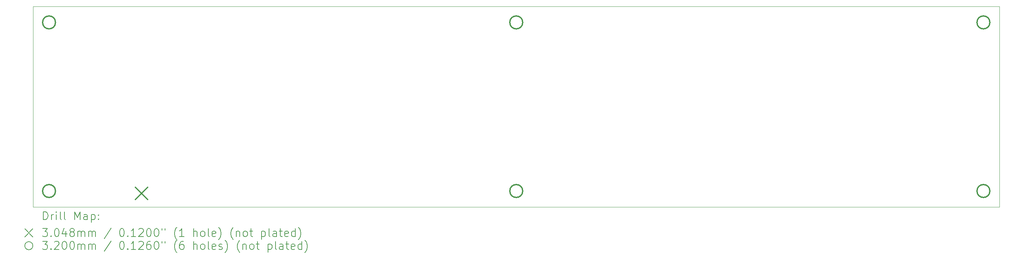
<source format=gbr>
%TF.GenerationSoftware,KiCad,Pcbnew,9.0.1*%
%TF.CreationDate,2025-05-15T03:15:44-07:00*%
%TF.ProjectId,Input_PCB_V5,496e7075-745f-4504-9342-5f56352e6b69,rev?*%
%TF.SameCoordinates,Original*%
%TF.FileFunction,Drillmap*%
%TF.FilePolarity,Positive*%
%FSLAX45Y45*%
G04 Gerber Fmt 4.5, Leading zero omitted, Abs format (unit mm)*
G04 Created by KiCad (PCBNEW 9.0.1) date 2025-05-15 03:15:44*
%MOMM*%
%LPD*%
G01*
G04 APERTURE LIST*
%ADD10C,0.050000*%
%ADD11C,0.200000*%
%ADD12C,0.304800*%
%ADD13C,0.320000*%
G04 APERTURE END LIST*
D10*
X2000000Y-8000000D02*
X26000000Y-8000000D01*
X26000000Y-13000000D01*
X2000000Y-13000000D01*
X2000000Y-8000000D01*
D11*
D12*
X4544260Y-12503790D02*
X4849060Y-12808590D01*
X4849060Y-12503790D02*
X4544260Y-12808590D01*
D13*
X2560000Y-8400000D02*
G75*
G02*
X2240000Y-8400000I-160000J0D01*
G01*
X2240000Y-8400000D02*
G75*
G02*
X2560000Y-8400000I160000J0D01*
G01*
X2560000Y-12600000D02*
G75*
G02*
X2240000Y-12600000I-160000J0D01*
G01*
X2240000Y-12600000D02*
G75*
G02*
X2560000Y-12600000I160000J0D01*
G01*
X14160000Y-8400000D02*
G75*
G02*
X13840000Y-8400000I-160000J0D01*
G01*
X13840000Y-8400000D02*
G75*
G02*
X14160000Y-8400000I160000J0D01*
G01*
X14160000Y-12600000D02*
G75*
G02*
X13840000Y-12600000I-160000J0D01*
G01*
X13840000Y-12600000D02*
G75*
G02*
X14160000Y-12600000I160000J0D01*
G01*
X25760000Y-8400000D02*
G75*
G02*
X25440000Y-8400000I-160000J0D01*
G01*
X25440000Y-8400000D02*
G75*
G02*
X25760000Y-8400000I160000J0D01*
G01*
X25760000Y-12600000D02*
G75*
G02*
X25440000Y-12600000I-160000J0D01*
G01*
X25440000Y-12600000D02*
G75*
G02*
X25760000Y-12600000I160000J0D01*
G01*
D11*
X2258277Y-13313984D02*
X2258277Y-13113984D01*
X2258277Y-13113984D02*
X2305896Y-13113984D01*
X2305896Y-13113984D02*
X2334467Y-13123508D01*
X2334467Y-13123508D02*
X2353515Y-13142555D01*
X2353515Y-13142555D02*
X2363039Y-13161603D01*
X2363039Y-13161603D02*
X2372563Y-13199698D01*
X2372563Y-13199698D02*
X2372563Y-13228269D01*
X2372563Y-13228269D02*
X2363039Y-13266365D01*
X2363039Y-13266365D02*
X2353515Y-13285412D01*
X2353515Y-13285412D02*
X2334467Y-13304460D01*
X2334467Y-13304460D02*
X2305896Y-13313984D01*
X2305896Y-13313984D02*
X2258277Y-13313984D01*
X2458277Y-13313984D02*
X2458277Y-13180650D01*
X2458277Y-13218746D02*
X2467801Y-13199698D01*
X2467801Y-13199698D02*
X2477324Y-13190174D01*
X2477324Y-13190174D02*
X2496372Y-13180650D01*
X2496372Y-13180650D02*
X2515420Y-13180650D01*
X2582086Y-13313984D02*
X2582086Y-13180650D01*
X2582086Y-13113984D02*
X2572563Y-13123508D01*
X2572563Y-13123508D02*
X2582086Y-13133031D01*
X2582086Y-13133031D02*
X2591610Y-13123508D01*
X2591610Y-13123508D02*
X2582086Y-13113984D01*
X2582086Y-13113984D02*
X2582086Y-13133031D01*
X2705896Y-13313984D02*
X2686848Y-13304460D01*
X2686848Y-13304460D02*
X2677324Y-13285412D01*
X2677324Y-13285412D02*
X2677324Y-13113984D01*
X2810658Y-13313984D02*
X2791610Y-13304460D01*
X2791610Y-13304460D02*
X2782086Y-13285412D01*
X2782086Y-13285412D02*
X2782086Y-13113984D01*
X3039229Y-13313984D02*
X3039229Y-13113984D01*
X3039229Y-13113984D02*
X3105896Y-13256841D01*
X3105896Y-13256841D02*
X3172562Y-13113984D01*
X3172562Y-13113984D02*
X3172562Y-13313984D01*
X3353515Y-13313984D02*
X3353515Y-13209222D01*
X3353515Y-13209222D02*
X3343991Y-13190174D01*
X3343991Y-13190174D02*
X3324943Y-13180650D01*
X3324943Y-13180650D02*
X3286848Y-13180650D01*
X3286848Y-13180650D02*
X3267801Y-13190174D01*
X3353515Y-13304460D02*
X3334467Y-13313984D01*
X3334467Y-13313984D02*
X3286848Y-13313984D01*
X3286848Y-13313984D02*
X3267801Y-13304460D01*
X3267801Y-13304460D02*
X3258277Y-13285412D01*
X3258277Y-13285412D02*
X3258277Y-13266365D01*
X3258277Y-13266365D02*
X3267801Y-13247317D01*
X3267801Y-13247317D02*
X3286848Y-13237793D01*
X3286848Y-13237793D02*
X3334467Y-13237793D01*
X3334467Y-13237793D02*
X3353515Y-13228269D01*
X3448753Y-13180650D02*
X3448753Y-13380650D01*
X3448753Y-13190174D02*
X3467801Y-13180650D01*
X3467801Y-13180650D02*
X3505896Y-13180650D01*
X3505896Y-13180650D02*
X3524943Y-13190174D01*
X3524943Y-13190174D02*
X3534467Y-13199698D01*
X3534467Y-13199698D02*
X3543991Y-13218746D01*
X3543991Y-13218746D02*
X3543991Y-13275888D01*
X3543991Y-13275888D02*
X3534467Y-13294936D01*
X3534467Y-13294936D02*
X3524943Y-13304460D01*
X3524943Y-13304460D02*
X3505896Y-13313984D01*
X3505896Y-13313984D02*
X3467801Y-13313984D01*
X3467801Y-13313984D02*
X3448753Y-13304460D01*
X3629705Y-13294936D02*
X3639229Y-13304460D01*
X3639229Y-13304460D02*
X3629705Y-13313984D01*
X3629705Y-13313984D02*
X3620182Y-13304460D01*
X3620182Y-13304460D02*
X3629705Y-13294936D01*
X3629705Y-13294936D02*
X3629705Y-13313984D01*
X3629705Y-13190174D02*
X3639229Y-13199698D01*
X3639229Y-13199698D02*
X3629705Y-13209222D01*
X3629705Y-13209222D02*
X3620182Y-13199698D01*
X3620182Y-13199698D02*
X3629705Y-13190174D01*
X3629705Y-13190174D02*
X3629705Y-13209222D01*
X1797500Y-13542500D02*
X1997500Y-13742500D01*
X1997500Y-13542500D02*
X1797500Y-13742500D01*
X2239229Y-13533984D02*
X2363039Y-13533984D01*
X2363039Y-13533984D02*
X2296372Y-13610174D01*
X2296372Y-13610174D02*
X2324944Y-13610174D01*
X2324944Y-13610174D02*
X2343991Y-13619698D01*
X2343991Y-13619698D02*
X2353515Y-13629222D01*
X2353515Y-13629222D02*
X2363039Y-13648269D01*
X2363039Y-13648269D02*
X2363039Y-13695888D01*
X2363039Y-13695888D02*
X2353515Y-13714936D01*
X2353515Y-13714936D02*
X2343991Y-13724460D01*
X2343991Y-13724460D02*
X2324944Y-13733984D01*
X2324944Y-13733984D02*
X2267801Y-13733984D01*
X2267801Y-13733984D02*
X2248753Y-13724460D01*
X2248753Y-13724460D02*
X2239229Y-13714936D01*
X2448753Y-13714936D02*
X2458277Y-13724460D01*
X2458277Y-13724460D02*
X2448753Y-13733984D01*
X2448753Y-13733984D02*
X2439229Y-13724460D01*
X2439229Y-13724460D02*
X2448753Y-13714936D01*
X2448753Y-13714936D02*
X2448753Y-13733984D01*
X2582086Y-13533984D02*
X2601134Y-13533984D01*
X2601134Y-13533984D02*
X2620182Y-13543508D01*
X2620182Y-13543508D02*
X2629705Y-13553031D01*
X2629705Y-13553031D02*
X2639229Y-13572079D01*
X2639229Y-13572079D02*
X2648753Y-13610174D01*
X2648753Y-13610174D02*
X2648753Y-13657793D01*
X2648753Y-13657793D02*
X2639229Y-13695888D01*
X2639229Y-13695888D02*
X2629705Y-13714936D01*
X2629705Y-13714936D02*
X2620182Y-13724460D01*
X2620182Y-13724460D02*
X2601134Y-13733984D01*
X2601134Y-13733984D02*
X2582086Y-13733984D01*
X2582086Y-13733984D02*
X2563039Y-13724460D01*
X2563039Y-13724460D02*
X2553515Y-13714936D01*
X2553515Y-13714936D02*
X2543991Y-13695888D01*
X2543991Y-13695888D02*
X2534467Y-13657793D01*
X2534467Y-13657793D02*
X2534467Y-13610174D01*
X2534467Y-13610174D02*
X2543991Y-13572079D01*
X2543991Y-13572079D02*
X2553515Y-13553031D01*
X2553515Y-13553031D02*
X2563039Y-13543508D01*
X2563039Y-13543508D02*
X2582086Y-13533984D01*
X2820182Y-13600650D02*
X2820182Y-13733984D01*
X2772563Y-13524460D02*
X2724944Y-13667317D01*
X2724944Y-13667317D02*
X2848753Y-13667317D01*
X2953515Y-13619698D02*
X2934467Y-13610174D01*
X2934467Y-13610174D02*
X2924943Y-13600650D01*
X2924943Y-13600650D02*
X2915420Y-13581603D01*
X2915420Y-13581603D02*
X2915420Y-13572079D01*
X2915420Y-13572079D02*
X2924943Y-13553031D01*
X2924943Y-13553031D02*
X2934467Y-13543508D01*
X2934467Y-13543508D02*
X2953515Y-13533984D01*
X2953515Y-13533984D02*
X2991610Y-13533984D01*
X2991610Y-13533984D02*
X3010658Y-13543508D01*
X3010658Y-13543508D02*
X3020182Y-13553031D01*
X3020182Y-13553031D02*
X3029705Y-13572079D01*
X3029705Y-13572079D02*
X3029705Y-13581603D01*
X3029705Y-13581603D02*
X3020182Y-13600650D01*
X3020182Y-13600650D02*
X3010658Y-13610174D01*
X3010658Y-13610174D02*
X2991610Y-13619698D01*
X2991610Y-13619698D02*
X2953515Y-13619698D01*
X2953515Y-13619698D02*
X2934467Y-13629222D01*
X2934467Y-13629222D02*
X2924943Y-13638746D01*
X2924943Y-13638746D02*
X2915420Y-13657793D01*
X2915420Y-13657793D02*
X2915420Y-13695888D01*
X2915420Y-13695888D02*
X2924943Y-13714936D01*
X2924943Y-13714936D02*
X2934467Y-13724460D01*
X2934467Y-13724460D02*
X2953515Y-13733984D01*
X2953515Y-13733984D02*
X2991610Y-13733984D01*
X2991610Y-13733984D02*
X3010658Y-13724460D01*
X3010658Y-13724460D02*
X3020182Y-13714936D01*
X3020182Y-13714936D02*
X3029705Y-13695888D01*
X3029705Y-13695888D02*
X3029705Y-13657793D01*
X3029705Y-13657793D02*
X3020182Y-13638746D01*
X3020182Y-13638746D02*
X3010658Y-13629222D01*
X3010658Y-13629222D02*
X2991610Y-13619698D01*
X3115420Y-13733984D02*
X3115420Y-13600650D01*
X3115420Y-13619698D02*
X3124943Y-13610174D01*
X3124943Y-13610174D02*
X3143991Y-13600650D01*
X3143991Y-13600650D02*
X3172563Y-13600650D01*
X3172563Y-13600650D02*
X3191610Y-13610174D01*
X3191610Y-13610174D02*
X3201134Y-13629222D01*
X3201134Y-13629222D02*
X3201134Y-13733984D01*
X3201134Y-13629222D02*
X3210658Y-13610174D01*
X3210658Y-13610174D02*
X3229705Y-13600650D01*
X3229705Y-13600650D02*
X3258277Y-13600650D01*
X3258277Y-13600650D02*
X3277324Y-13610174D01*
X3277324Y-13610174D02*
X3286848Y-13629222D01*
X3286848Y-13629222D02*
X3286848Y-13733984D01*
X3382086Y-13733984D02*
X3382086Y-13600650D01*
X3382086Y-13619698D02*
X3391610Y-13610174D01*
X3391610Y-13610174D02*
X3410658Y-13600650D01*
X3410658Y-13600650D02*
X3439229Y-13600650D01*
X3439229Y-13600650D02*
X3458277Y-13610174D01*
X3458277Y-13610174D02*
X3467801Y-13629222D01*
X3467801Y-13629222D02*
X3467801Y-13733984D01*
X3467801Y-13629222D02*
X3477324Y-13610174D01*
X3477324Y-13610174D02*
X3496372Y-13600650D01*
X3496372Y-13600650D02*
X3524943Y-13600650D01*
X3524943Y-13600650D02*
X3543991Y-13610174D01*
X3543991Y-13610174D02*
X3553515Y-13629222D01*
X3553515Y-13629222D02*
X3553515Y-13733984D01*
X3943991Y-13524460D02*
X3772563Y-13781603D01*
X4201134Y-13533984D02*
X4220182Y-13533984D01*
X4220182Y-13533984D02*
X4239229Y-13543508D01*
X4239229Y-13543508D02*
X4248753Y-13553031D01*
X4248753Y-13553031D02*
X4258277Y-13572079D01*
X4258277Y-13572079D02*
X4267801Y-13610174D01*
X4267801Y-13610174D02*
X4267801Y-13657793D01*
X4267801Y-13657793D02*
X4258277Y-13695888D01*
X4258277Y-13695888D02*
X4248753Y-13714936D01*
X4248753Y-13714936D02*
X4239229Y-13724460D01*
X4239229Y-13724460D02*
X4220182Y-13733984D01*
X4220182Y-13733984D02*
X4201134Y-13733984D01*
X4201134Y-13733984D02*
X4182086Y-13724460D01*
X4182086Y-13724460D02*
X4172563Y-13714936D01*
X4172563Y-13714936D02*
X4163039Y-13695888D01*
X4163039Y-13695888D02*
X4153515Y-13657793D01*
X4153515Y-13657793D02*
X4153515Y-13610174D01*
X4153515Y-13610174D02*
X4163039Y-13572079D01*
X4163039Y-13572079D02*
X4172563Y-13553031D01*
X4172563Y-13553031D02*
X4182086Y-13543508D01*
X4182086Y-13543508D02*
X4201134Y-13533984D01*
X4353515Y-13714936D02*
X4363039Y-13724460D01*
X4363039Y-13724460D02*
X4353515Y-13733984D01*
X4353515Y-13733984D02*
X4343991Y-13724460D01*
X4343991Y-13724460D02*
X4353515Y-13714936D01*
X4353515Y-13714936D02*
X4353515Y-13733984D01*
X4553515Y-13733984D02*
X4439229Y-13733984D01*
X4496372Y-13733984D02*
X4496372Y-13533984D01*
X4496372Y-13533984D02*
X4477325Y-13562555D01*
X4477325Y-13562555D02*
X4458277Y-13581603D01*
X4458277Y-13581603D02*
X4439229Y-13591127D01*
X4629706Y-13553031D02*
X4639229Y-13543508D01*
X4639229Y-13543508D02*
X4658277Y-13533984D01*
X4658277Y-13533984D02*
X4705896Y-13533984D01*
X4705896Y-13533984D02*
X4724944Y-13543508D01*
X4724944Y-13543508D02*
X4734468Y-13553031D01*
X4734468Y-13553031D02*
X4743991Y-13572079D01*
X4743991Y-13572079D02*
X4743991Y-13591127D01*
X4743991Y-13591127D02*
X4734468Y-13619698D01*
X4734468Y-13619698D02*
X4620182Y-13733984D01*
X4620182Y-13733984D02*
X4743991Y-13733984D01*
X4867801Y-13533984D02*
X4886849Y-13533984D01*
X4886849Y-13533984D02*
X4905896Y-13543508D01*
X4905896Y-13543508D02*
X4915420Y-13553031D01*
X4915420Y-13553031D02*
X4924944Y-13572079D01*
X4924944Y-13572079D02*
X4934468Y-13610174D01*
X4934468Y-13610174D02*
X4934468Y-13657793D01*
X4934468Y-13657793D02*
X4924944Y-13695888D01*
X4924944Y-13695888D02*
X4915420Y-13714936D01*
X4915420Y-13714936D02*
X4905896Y-13724460D01*
X4905896Y-13724460D02*
X4886849Y-13733984D01*
X4886849Y-13733984D02*
X4867801Y-13733984D01*
X4867801Y-13733984D02*
X4848753Y-13724460D01*
X4848753Y-13724460D02*
X4839229Y-13714936D01*
X4839229Y-13714936D02*
X4829706Y-13695888D01*
X4829706Y-13695888D02*
X4820182Y-13657793D01*
X4820182Y-13657793D02*
X4820182Y-13610174D01*
X4820182Y-13610174D02*
X4829706Y-13572079D01*
X4829706Y-13572079D02*
X4839229Y-13553031D01*
X4839229Y-13553031D02*
X4848753Y-13543508D01*
X4848753Y-13543508D02*
X4867801Y-13533984D01*
X5058277Y-13533984D02*
X5077325Y-13533984D01*
X5077325Y-13533984D02*
X5096372Y-13543508D01*
X5096372Y-13543508D02*
X5105896Y-13553031D01*
X5105896Y-13553031D02*
X5115420Y-13572079D01*
X5115420Y-13572079D02*
X5124944Y-13610174D01*
X5124944Y-13610174D02*
X5124944Y-13657793D01*
X5124944Y-13657793D02*
X5115420Y-13695888D01*
X5115420Y-13695888D02*
X5105896Y-13714936D01*
X5105896Y-13714936D02*
X5096372Y-13724460D01*
X5096372Y-13724460D02*
X5077325Y-13733984D01*
X5077325Y-13733984D02*
X5058277Y-13733984D01*
X5058277Y-13733984D02*
X5039229Y-13724460D01*
X5039229Y-13724460D02*
X5029706Y-13714936D01*
X5029706Y-13714936D02*
X5020182Y-13695888D01*
X5020182Y-13695888D02*
X5010658Y-13657793D01*
X5010658Y-13657793D02*
X5010658Y-13610174D01*
X5010658Y-13610174D02*
X5020182Y-13572079D01*
X5020182Y-13572079D02*
X5029706Y-13553031D01*
X5029706Y-13553031D02*
X5039229Y-13543508D01*
X5039229Y-13543508D02*
X5058277Y-13533984D01*
X5201134Y-13533984D02*
X5201134Y-13572079D01*
X5277325Y-13533984D02*
X5277325Y-13572079D01*
X5572563Y-13810174D02*
X5563039Y-13800650D01*
X5563039Y-13800650D02*
X5543991Y-13772079D01*
X5543991Y-13772079D02*
X5534468Y-13753031D01*
X5534468Y-13753031D02*
X5524944Y-13724460D01*
X5524944Y-13724460D02*
X5515420Y-13676841D01*
X5515420Y-13676841D02*
X5515420Y-13638746D01*
X5515420Y-13638746D02*
X5524944Y-13591127D01*
X5524944Y-13591127D02*
X5534468Y-13562555D01*
X5534468Y-13562555D02*
X5543991Y-13543508D01*
X5543991Y-13543508D02*
X5563039Y-13514936D01*
X5563039Y-13514936D02*
X5572563Y-13505412D01*
X5753515Y-13733984D02*
X5639229Y-13733984D01*
X5696372Y-13733984D02*
X5696372Y-13533984D01*
X5696372Y-13533984D02*
X5677325Y-13562555D01*
X5677325Y-13562555D02*
X5658277Y-13581603D01*
X5658277Y-13581603D02*
X5639229Y-13591127D01*
X5991610Y-13733984D02*
X5991610Y-13533984D01*
X6077325Y-13733984D02*
X6077325Y-13629222D01*
X6077325Y-13629222D02*
X6067801Y-13610174D01*
X6067801Y-13610174D02*
X6048753Y-13600650D01*
X6048753Y-13600650D02*
X6020182Y-13600650D01*
X6020182Y-13600650D02*
X6001134Y-13610174D01*
X6001134Y-13610174D02*
X5991610Y-13619698D01*
X6201134Y-13733984D02*
X6182087Y-13724460D01*
X6182087Y-13724460D02*
X6172563Y-13714936D01*
X6172563Y-13714936D02*
X6163039Y-13695888D01*
X6163039Y-13695888D02*
X6163039Y-13638746D01*
X6163039Y-13638746D02*
X6172563Y-13619698D01*
X6172563Y-13619698D02*
X6182087Y-13610174D01*
X6182087Y-13610174D02*
X6201134Y-13600650D01*
X6201134Y-13600650D02*
X6229706Y-13600650D01*
X6229706Y-13600650D02*
X6248753Y-13610174D01*
X6248753Y-13610174D02*
X6258277Y-13619698D01*
X6258277Y-13619698D02*
X6267801Y-13638746D01*
X6267801Y-13638746D02*
X6267801Y-13695888D01*
X6267801Y-13695888D02*
X6258277Y-13714936D01*
X6258277Y-13714936D02*
X6248753Y-13724460D01*
X6248753Y-13724460D02*
X6229706Y-13733984D01*
X6229706Y-13733984D02*
X6201134Y-13733984D01*
X6382087Y-13733984D02*
X6363039Y-13724460D01*
X6363039Y-13724460D02*
X6353515Y-13705412D01*
X6353515Y-13705412D02*
X6353515Y-13533984D01*
X6534468Y-13724460D02*
X6515420Y-13733984D01*
X6515420Y-13733984D02*
X6477325Y-13733984D01*
X6477325Y-13733984D02*
X6458277Y-13724460D01*
X6458277Y-13724460D02*
X6448753Y-13705412D01*
X6448753Y-13705412D02*
X6448753Y-13629222D01*
X6448753Y-13629222D02*
X6458277Y-13610174D01*
X6458277Y-13610174D02*
X6477325Y-13600650D01*
X6477325Y-13600650D02*
X6515420Y-13600650D01*
X6515420Y-13600650D02*
X6534468Y-13610174D01*
X6534468Y-13610174D02*
X6543991Y-13629222D01*
X6543991Y-13629222D02*
X6543991Y-13648269D01*
X6543991Y-13648269D02*
X6448753Y-13667317D01*
X6610658Y-13810174D02*
X6620182Y-13800650D01*
X6620182Y-13800650D02*
X6639230Y-13772079D01*
X6639230Y-13772079D02*
X6648753Y-13753031D01*
X6648753Y-13753031D02*
X6658277Y-13724460D01*
X6658277Y-13724460D02*
X6667801Y-13676841D01*
X6667801Y-13676841D02*
X6667801Y-13638746D01*
X6667801Y-13638746D02*
X6658277Y-13591127D01*
X6658277Y-13591127D02*
X6648753Y-13562555D01*
X6648753Y-13562555D02*
X6639230Y-13543508D01*
X6639230Y-13543508D02*
X6620182Y-13514936D01*
X6620182Y-13514936D02*
X6610658Y-13505412D01*
X6972563Y-13810174D02*
X6963039Y-13800650D01*
X6963039Y-13800650D02*
X6943991Y-13772079D01*
X6943991Y-13772079D02*
X6934468Y-13753031D01*
X6934468Y-13753031D02*
X6924944Y-13724460D01*
X6924944Y-13724460D02*
X6915420Y-13676841D01*
X6915420Y-13676841D02*
X6915420Y-13638746D01*
X6915420Y-13638746D02*
X6924944Y-13591127D01*
X6924944Y-13591127D02*
X6934468Y-13562555D01*
X6934468Y-13562555D02*
X6943991Y-13543508D01*
X6943991Y-13543508D02*
X6963039Y-13514936D01*
X6963039Y-13514936D02*
X6972563Y-13505412D01*
X7048753Y-13600650D02*
X7048753Y-13733984D01*
X7048753Y-13619698D02*
X7058277Y-13610174D01*
X7058277Y-13610174D02*
X7077325Y-13600650D01*
X7077325Y-13600650D02*
X7105896Y-13600650D01*
X7105896Y-13600650D02*
X7124944Y-13610174D01*
X7124944Y-13610174D02*
X7134468Y-13629222D01*
X7134468Y-13629222D02*
X7134468Y-13733984D01*
X7258277Y-13733984D02*
X7239230Y-13724460D01*
X7239230Y-13724460D02*
X7229706Y-13714936D01*
X7229706Y-13714936D02*
X7220182Y-13695888D01*
X7220182Y-13695888D02*
X7220182Y-13638746D01*
X7220182Y-13638746D02*
X7229706Y-13619698D01*
X7229706Y-13619698D02*
X7239230Y-13610174D01*
X7239230Y-13610174D02*
X7258277Y-13600650D01*
X7258277Y-13600650D02*
X7286849Y-13600650D01*
X7286849Y-13600650D02*
X7305896Y-13610174D01*
X7305896Y-13610174D02*
X7315420Y-13619698D01*
X7315420Y-13619698D02*
X7324944Y-13638746D01*
X7324944Y-13638746D02*
X7324944Y-13695888D01*
X7324944Y-13695888D02*
X7315420Y-13714936D01*
X7315420Y-13714936D02*
X7305896Y-13724460D01*
X7305896Y-13724460D02*
X7286849Y-13733984D01*
X7286849Y-13733984D02*
X7258277Y-13733984D01*
X7382087Y-13600650D02*
X7458277Y-13600650D01*
X7410658Y-13533984D02*
X7410658Y-13705412D01*
X7410658Y-13705412D02*
X7420182Y-13724460D01*
X7420182Y-13724460D02*
X7439230Y-13733984D01*
X7439230Y-13733984D02*
X7458277Y-13733984D01*
X7677325Y-13600650D02*
X7677325Y-13800650D01*
X7677325Y-13610174D02*
X7696372Y-13600650D01*
X7696372Y-13600650D02*
X7734468Y-13600650D01*
X7734468Y-13600650D02*
X7753515Y-13610174D01*
X7753515Y-13610174D02*
X7763039Y-13619698D01*
X7763039Y-13619698D02*
X7772563Y-13638746D01*
X7772563Y-13638746D02*
X7772563Y-13695888D01*
X7772563Y-13695888D02*
X7763039Y-13714936D01*
X7763039Y-13714936D02*
X7753515Y-13724460D01*
X7753515Y-13724460D02*
X7734468Y-13733984D01*
X7734468Y-13733984D02*
X7696372Y-13733984D01*
X7696372Y-13733984D02*
X7677325Y-13724460D01*
X7886849Y-13733984D02*
X7867801Y-13724460D01*
X7867801Y-13724460D02*
X7858277Y-13705412D01*
X7858277Y-13705412D02*
X7858277Y-13533984D01*
X8048753Y-13733984D02*
X8048753Y-13629222D01*
X8048753Y-13629222D02*
X8039230Y-13610174D01*
X8039230Y-13610174D02*
X8020182Y-13600650D01*
X8020182Y-13600650D02*
X7982087Y-13600650D01*
X7982087Y-13600650D02*
X7963039Y-13610174D01*
X8048753Y-13724460D02*
X8029706Y-13733984D01*
X8029706Y-13733984D02*
X7982087Y-13733984D01*
X7982087Y-13733984D02*
X7963039Y-13724460D01*
X7963039Y-13724460D02*
X7953515Y-13705412D01*
X7953515Y-13705412D02*
X7953515Y-13686365D01*
X7953515Y-13686365D02*
X7963039Y-13667317D01*
X7963039Y-13667317D02*
X7982087Y-13657793D01*
X7982087Y-13657793D02*
X8029706Y-13657793D01*
X8029706Y-13657793D02*
X8048753Y-13648269D01*
X8115420Y-13600650D02*
X8191611Y-13600650D01*
X8143992Y-13533984D02*
X8143992Y-13705412D01*
X8143992Y-13705412D02*
X8153515Y-13724460D01*
X8153515Y-13724460D02*
X8172563Y-13733984D01*
X8172563Y-13733984D02*
X8191611Y-13733984D01*
X8334468Y-13724460D02*
X8315420Y-13733984D01*
X8315420Y-13733984D02*
X8277325Y-13733984D01*
X8277325Y-13733984D02*
X8258277Y-13724460D01*
X8258277Y-13724460D02*
X8248753Y-13705412D01*
X8248753Y-13705412D02*
X8248753Y-13629222D01*
X8248753Y-13629222D02*
X8258277Y-13610174D01*
X8258277Y-13610174D02*
X8277325Y-13600650D01*
X8277325Y-13600650D02*
X8315420Y-13600650D01*
X8315420Y-13600650D02*
X8334468Y-13610174D01*
X8334468Y-13610174D02*
X8343992Y-13629222D01*
X8343992Y-13629222D02*
X8343992Y-13648269D01*
X8343992Y-13648269D02*
X8248753Y-13667317D01*
X8515420Y-13733984D02*
X8515420Y-13533984D01*
X8515420Y-13724460D02*
X8496373Y-13733984D01*
X8496373Y-13733984D02*
X8458277Y-13733984D01*
X8458277Y-13733984D02*
X8439230Y-13724460D01*
X8439230Y-13724460D02*
X8429706Y-13714936D01*
X8429706Y-13714936D02*
X8420182Y-13695888D01*
X8420182Y-13695888D02*
X8420182Y-13638746D01*
X8420182Y-13638746D02*
X8429706Y-13619698D01*
X8429706Y-13619698D02*
X8439230Y-13610174D01*
X8439230Y-13610174D02*
X8458277Y-13600650D01*
X8458277Y-13600650D02*
X8496373Y-13600650D01*
X8496373Y-13600650D02*
X8515420Y-13610174D01*
X8591611Y-13810174D02*
X8601135Y-13800650D01*
X8601135Y-13800650D02*
X8620182Y-13772079D01*
X8620182Y-13772079D02*
X8629706Y-13753031D01*
X8629706Y-13753031D02*
X8639230Y-13724460D01*
X8639230Y-13724460D02*
X8648754Y-13676841D01*
X8648754Y-13676841D02*
X8648754Y-13638746D01*
X8648754Y-13638746D02*
X8639230Y-13591127D01*
X8639230Y-13591127D02*
X8629706Y-13562555D01*
X8629706Y-13562555D02*
X8620182Y-13543508D01*
X8620182Y-13543508D02*
X8601135Y-13514936D01*
X8601135Y-13514936D02*
X8591611Y-13505412D01*
X1997500Y-13962500D02*
G75*
G02*
X1797500Y-13962500I-100000J0D01*
G01*
X1797500Y-13962500D02*
G75*
G02*
X1997500Y-13962500I100000J0D01*
G01*
X2239229Y-13853984D02*
X2363039Y-13853984D01*
X2363039Y-13853984D02*
X2296372Y-13930174D01*
X2296372Y-13930174D02*
X2324944Y-13930174D01*
X2324944Y-13930174D02*
X2343991Y-13939698D01*
X2343991Y-13939698D02*
X2353515Y-13949222D01*
X2353515Y-13949222D02*
X2363039Y-13968269D01*
X2363039Y-13968269D02*
X2363039Y-14015888D01*
X2363039Y-14015888D02*
X2353515Y-14034936D01*
X2353515Y-14034936D02*
X2343991Y-14044460D01*
X2343991Y-14044460D02*
X2324944Y-14053984D01*
X2324944Y-14053984D02*
X2267801Y-14053984D01*
X2267801Y-14053984D02*
X2248753Y-14044460D01*
X2248753Y-14044460D02*
X2239229Y-14034936D01*
X2448753Y-14034936D02*
X2458277Y-14044460D01*
X2458277Y-14044460D02*
X2448753Y-14053984D01*
X2448753Y-14053984D02*
X2439229Y-14044460D01*
X2439229Y-14044460D02*
X2448753Y-14034936D01*
X2448753Y-14034936D02*
X2448753Y-14053984D01*
X2534467Y-13873031D02*
X2543991Y-13863508D01*
X2543991Y-13863508D02*
X2563039Y-13853984D01*
X2563039Y-13853984D02*
X2610658Y-13853984D01*
X2610658Y-13853984D02*
X2629705Y-13863508D01*
X2629705Y-13863508D02*
X2639229Y-13873031D01*
X2639229Y-13873031D02*
X2648753Y-13892079D01*
X2648753Y-13892079D02*
X2648753Y-13911127D01*
X2648753Y-13911127D02*
X2639229Y-13939698D01*
X2639229Y-13939698D02*
X2524944Y-14053984D01*
X2524944Y-14053984D02*
X2648753Y-14053984D01*
X2772563Y-13853984D02*
X2791610Y-13853984D01*
X2791610Y-13853984D02*
X2810658Y-13863508D01*
X2810658Y-13863508D02*
X2820182Y-13873031D01*
X2820182Y-13873031D02*
X2829705Y-13892079D01*
X2829705Y-13892079D02*
X2839229Y-13930174D01*
X2839229Y-13930174D02*
X2839229Y-13977793D01*
X2839229Y-13977793D02*
X2829705Y-14015888D01*
X2829705Y-14015888D02*
X2820182Y-14034936D01*
X2820182Y-14034936D02*
X2810658Y-14044460D01*
X2810658Y-14044460D02*
X2791610Y-14053984D01*
X2791610Y-14053984D02*
X2772563Y-14053984D01*
X2772563Y-14053984D02*
X2753515Y-14044460D01*
X2753515Y-14044460D02*
X2743991Y-14034936D01*
X2743991Y-14034936D02*
X2734467Y-14015888D01*
X2734467Y-14015888D02*
X2724944Y-13977793D01*
X2724944Y-13977793D02*
X2724944Y-13930174D01*
X2724944Y-13930174D02*
X2734467Y-13892079D01*
X2734467Y-13892079D02*
X2743991Y-13873031D01*
X2743991Y-13873031D02*
X2753515Y-13863508D01*
X2753515Y-13863508D02*
X2772563Y-13853984D01*
X2963039Y-13853984D02*
X2982086Y-13853984D01*
X2982086Y-13853984D02*
X3001134Y-13863508D01*
X3001134Y-13863508D02*
X3010658Y-13873031D01*
X3010658Y-13873031D02*
X3020182Y-13892079D01*
X3020182Y-13892079D02*
X3029705Y-13930174D01*
X3029705Y-13930174D02*
X3029705Y-13977793D01*
X3029705Y-13977793D02*
X3020182Y-14015888D01*
X3020182Y-14015888D02*
X3010658Y-14034936D01*
X3010658Y-14034936D02*
X3001134Y-14044460D01*
X3001134Y-14044460D02*
X2982086Y-14053984D01*
X2982086Y-14053984D02*
X2963039Y-14053984D01*
X2963039Y-14053984D02*
X2943991Y-14044460D01*
X2943991Y-14044460D02*
X2934467Y-14034936D01*
X2934467Y-14034936D02*
X2924943Y-14015888D01*
X2924943Y-14015888D02*
X2915420Y-13977793D01*
X2915420Y-13977793D02*
X2915420Y-13930174D01*
X2915420Y-13930174D02*
X2924943Y-13892079D01*
X2924943Y-13892079D02*
X2934467Y-13873031D01*
X2934467Y-13873031D02*
X2943991Y-13863508D01*
X2943991Y-13863508D02*
X2963039Y-13853984D01*
X3115420Y-14053984D02*
X3115420Y-13920650D01*
X3115420Y-13939698D02*
X3124943Y-13930174D01*
X3124943Y-13930174D02*
X3143991Y-13920650D01*
X3143991Y-13920650D02*
X3172563Y-13920650D01*
X3172563Y-13920650D02*
X3191610Y-13930174D01*
X3191610Y-13930174D02*
X3201134Y-13949222D01*
X3201134Y-13949222D02*
X3201134Y-14053984D01*
X3201134Y-13949222D02*
X3210658Y-13930174D01*
X3210658Y-13930174D02*
X3229705Y-13920650D01*
X3229705Y-13920650D02*
X3258277Y-13920650D01*
X3258277Y-13920650D02*
X3277324Y-13930174D01*
X3277324Y-13930174D02*
X3286848Y-13949222D01*
X3286848Y-13949222D02*
X3286848Y-14053984D01*
X3382086Y-14053984D02*
X3382086Y-13920650D01*
X3382086Y-13939698D02*
X3391610Y-13930174D01*
X3391610Y-13930174D02*
X3410658Y-13920650D01*
X3410658Y-13920650D02*
X3439229Y-13920650D01*
X3439229Y-13920650D02*
X3458277Y-13930174D01*
X3458277Y-13930174D02*
X3467801Y-13949222D01*
X3467801Y-13949222D02*
X3467801Y-14053984D01*
X3467801Y-13949222D02*
X3477324Y-13930174D01*
X3477324Y-13930174D02*
X3496372Y-13920650D01*
X3496372Y-13920650D02*
X3524943Y-13920650D01*
X3524943Y-13920650D02*
X3543991Y-13930174D01*
X3543991Y-13930174D02*
X3553515Y-13949222D01*
X3553515Y-13949222D02*
X3553515Y-14053984D01*
X3943991Y-13844460D02*
X3772563Y-14101603D01*
X4201134Y-13853984D02*
X4220182Y-13853984D01*
X4220182Y-13853984D02*
X4239229Y-13863508D01*
X4239229Y-13863508D02*
X4248753Y-13873031D01*
X4248753Y-13873031D02*
X4258277Y-13892079D01*
X4258277Y-13892079D02*
X4267801Y-13930174D01*
X4267801Y-13930174D02*
X4267801Y-13977793D01*
X4267801Y-13977793D02*
X4258277Y-14015888D01*
X4258277Y-14015888D02*
X4248753Y-14034936D01*
X4248753Y-14034936D02*
X4239229Y-14044460D01*
X4239229Y-14044460D02*
X4220182Y-14053984D01*
X4220182Y-14053984D02*
X4201134Y-14053984D01*
X4201134Y-14053984D02*
X4182086Y-14044460D01*
X4182086Y-14044460D02*
X4172563Y-14034936D01*
X4172563Y-14034936D02*
X4163039Y-14015888D01*
X4163039Y-14015888D02*
X4153515Y-13977793D01*
X4153515Y-13977793D02*
X4153515Y-13930174D01*
X4153515Y-13930174D02*
X4163039Y-13892079D01*
X4163039Y-13892079D02*
X4172563Y-13873031D01*
X4172563Y-13873031D02*
X4182086Y-13863508D01*
X4182086Y-13863508D02*
X4201134Y-13853984D01*
X4353515Y-14034936D02*
X4363039Y-14044460D01*
X4363039Y-14044460D02*
X4353515Y-14053984D01*
X4353515Y-14053984D02*
X4343991Y-14044460D01*
X4343991Y-14044460D02*
X4353515Y-14034936D01*
X4353515Y-14034936D02*
X4353515Y-14053984D01*
X4553515Y-14053984D02*
X4439229Y-14053984D01*
X4496372Y-14053984D02*
X4496372Y-13853984D01*
X4496372Y-13853984D02*
X4477325Y-13882555D01*
X4477325Y-13882555D02*
X4458277Y-13901603D01*
X4458277Y-13901603D02*
X4439229Y-13911127D01*
X4629706Y-13873031D02*
X4639229Y-13863508D01*
X4639229Y-13863508D02*
X4658277Y-13853984D01*
X4658277Y-13853984D02*
X4705896Y-13853984D01*
X4705896Y-13853984D02*
X4724944Y-13863508D01*
X4724944Y-13863508D02*
X4734468Y-13873031D01*
X4734468Y-13873031D02*
X4743991Y-13892079D01*
X4743991Y-13892079D02*
X4743991Y-13911127D01*
X4743991Y-13911127D02*
X4734468Y-13939698D01*
X4734468Y-13939698D02*
X4620182Y-14053984D01*
X4620182Y-14053984D02*
X4743991Y-14053984D01*
X4915420Y-13853984D02*
X4877325Y-13853984D01*
X4877325Y-13853984D02*
X4858277Y-13863508D01*
X4858277Y-13863508D02*
X4848753Y-13873031D01*
X4848753Y-13873031D02*
X4829706Y-13901603D01*
X4829706Y-13901603D02*
X4820182Y-13939698D01*
X4820182Y-13939698D02*
X4820182Y-14015888D01*
X4820182Y-14015888D02*
X4829706Y-14034936D01*
X4829706Y-14034936D02*
X4839229Y-14044460D01*
X4839229Y-14044460D02*
X4858277Y-14053984D01*
X4858277Y-14053984D02*
X4896372Y-14053984D01*
X4896372Y-14053984D02*
X4915420Y-14044460D01*
X4915420Y-14044460D02*
X4924944Y-14034936D01*
X4924944Y-14034936D02*
X4934468Y-14015888D01*
X4934468Y-14015888D02*
X4934468Y-13968269D01*
X4934468Y-13968269D02*
X4924944Y-13949222D01*
X4924944Y-13949222D02*
X4915420Y-13939698D01*
X4915420Y-13939698D02*
X4896372Y-13930174D01*
X4896372Y-13930174D02*
X4858277Y-13930174D01*
X4858277Y-13930174D02*
X4839229Y-13939698D01*
X4839229Y-13939698D02*
X4829706Y-13949222D01*
X4829706Y-13949222D02*
X4820182Y-13968269D01*
X5058277Y-13853984D02*
X5077325Y-13853984D01*
X5077325Y-13853984D02*
X5096372Y-13863508D01*
X5096372Y-13863508D02*
X5105896Y-13873031D01*
X5105896Y-13873031D02*
X5115420Y-13892079D01*
X5115420Y-13892079D02*
X5124944Y-13930174D01*
X5124944Y-13930174D02*
X5124944Y-13977793D01*
X5124944Y-13977793D02*
X5115420Y-14015888D01*
X5115420Y-14015888D02*
X5105896Y-14034936D01*
X5105896Y-14034936D02*
X5096372Y-14044460D01*
X5096372Y-14044460D02*
X5077325Y-14053984D01*
X5077325Y-14053984D02*
X5058277Y-14053984D01*
X5058277Y-14053984D02*
X5039229Y-14044460D01*
X5039229Y-14044460D02*
X5029706Y-14034936D01*
X5029706Y-14034936D02*
X5020182Y-14015888D01*
X5020182Y-14015888D02*
X5010658Y-13977793D01*
X5010658Y-13977793D02*
X5010658Y-13930174D01*
X5010658Y-13930174D02*
X5020182Y-13892079D01*
X5020182Y-13892079D02*
X5029706Y-13873031D01*
X5029706Y-13873031D02*
X5039229Y-13863508D01*
X5039229Y-13863508D02*
X5058277Y-13853984D01*
X5201134Y-13853984D02*
X5201134Y-13892079D01*
X5277325Y-13853984D02*
X5277325Y-13892079D01*
X5572563Y-14130174D02*
X5563039Y-14120650D01*
X5563039Y-14120650D02*
X5543991Y-14092079D01*
X5543991Y-14092079D02*
X5534468Y-14073031D01*
X5534468Y-14073031D02*
X5524944Y-14044460D01*
X5524944Y-14044460D02*
X5515420Y-13996841D01*
X5515420Y-13996841D02*
X5515420Y-13958746D01*
X5515420Y-13958746D02*
X5524944Y-13911127D01*
X5524944Y-13911127D02*
X5534468Y-13882555D01*
X5534468Y-13882555D02*
X5543991Y-13863508D01*
X5543991Y-13863508D02*
X5563039Y-13834936D01*
X5563039Y-13834936D02*
X5572563Y-13825412D01*
X5734468Y-13853984D02*
X5696372Y-13853984D01*
X5696372Y-13853984D02*
X5677325Y-13863508D01*
X5677325Y-13863508D02*
X5667801Y-13873031D01*
X5667801Y-13873031D02*
X5648753Y-13901603D01*
X5648753Y-13901603D02*
X5639229Y-13939698D01*
X5639229Y-13939698D02*
X5639229Y-14015888D01*
X5639229Y-14015888D02*
X5648753Y-14034936D01*
X5648753Y-14034936D02*
X5658277Y-14044460D01*
X5658277Y-14044460D02*
X5677325Y-14053984D01*
X5677325Y-14053984D02*
X5715420Y-14053984D01*
X5715420Y-14053984D02*
X5734468Y-14044460D01*
X5734468Y-14044460D02*
X5743991Y-14034936D01*
X5743991Y-14034936D02*
X5753515Y-14015888D01*
X5753515Y-14015888D02*
X5753515Y-13968269D01*
X5753515Y-13968269D02*
X5743991Y-13949222D01*
X5743991Y-13949222D02*
X5734468Y-13939698D01*
X5734468Y-13939698D02*
X5715420Y-13930174D01*
X5715420Y-13930174D02*
X5677325Y-13930174D01*
X5677325Y-13930174D02*
X5658277Y-13939698D01*
X5658277Y-13939698D02*
X5648753Y-13949222D01*
X5648753Y-13949222D02*
X5639229Y-13968269D01*
X5991610Y-14053984D02*
X5991610Y-13853984D01*
X6077325Y-14053984D02*
X6077325Y-13949222D01*
X6077325Y-13949222D02*
X6067801Y-13930174D01*
X6067801Y-13930174D02*
X6048753Y-13920650D01*
X6048753Y-13920650D02*
X6020182Y-13920650D01*
X6020182Y-13920650D02*
X6001134Y-13930174D01*
X6001134Y-13930174D02*
X5991610Y-13939698D01*
X6201134Y-14053984D02*
X6182087Y-14044460D01*
X6182087Y-14044460D02*
X6172563Y-14034936D01*
X6172563Y-14034936D02*
X6163039Y-14015888D01*
X6163039Y-14015888D02*
X6163039Y-13958746D01*
X6163039Y-13958746D02*
X6172563Y-13939698D01*
X6172563Y-13939698D02*
X6182087Y-13930174D01*
X6182087Y-13930174D02*
X6201134Y-13920650D01*
X6201134Y-13920650D02*
X6229706Y-13920650D01*
X6229706Y-13920650D02*
X6248753Y-13930174D01*
X6248753Y-13930174D02*
X6258277Y-13939698D01*
X6258277Y-13939698D02*
X6267801Y-13958746D01*
X6267801Y-13958746D02*
X6267801Y-14015888D01*
X6267801Y-14015888D02*
X6258277Y-14034936D01*
X6258277Y-14034936D02*
X6248753Y-14044460D01*
X6248753Y-14044460D02*
X6229706Y-14053984D01*
X6229706Y-14053984D02*
X6201134Y-14053984D01*
X6382087Y-14053984D02*
X6363039Y-14044460D01*
X6363039Y-14044460D02*
X6353515Y-14025412D01*
X6353515Y-14025412D02*
X6353515Y-13853984D01*
X6534468Y-14044460D02*
X6515420Y-14053984D01*
X6515420Y-14053984D02*
X6477325Y-14053984D01*
X6477325Y-14053984D02*
X6458277Y-14044460D01*
X6458277Y-14044460D02*
X6448753Y-14025412D01*
X6448753Y-14025412D02*
X6448753Y-13949222D01*
X6448753Y-13949222D02*
X6458277Y-13930174D01*
X6458277Y-13930174D02*
X6477325Y-13920650D01*
X6477325Y-13920650D02*
X6515420Y-13920650D01*
X6515420Y-13920650D02*
X6534468Y-13930174D01*
X6534468Y-13930174D02*
X6543991Y-13949222D01*
X6543991Y-13949222D02*
X6543991Y-13968269D01*
X6543991Y-13968269D02*
X6448753Y-13987317D01*
X6620182Y-14044460D02*
X6639230Y-14053984D01*
X6639230Y-14053984D02*
X6677325Y-14053984D01*
X6677325Y-14053984D02*
X6696372Y-14044460D01*
X6696372Y-14044460D02*
X6705896Y-14025412D01*
X6705896Y-14025412D02*
X6705896Y-14015888D01*
X6705896Y-14015888D02*
X6696372Y-13996841D01*
X6696372Y-13996841D02*
X6677325Y-13987317D01*
X6677325Y-13987317D02*
X6648753Y-13987317D01*
X6648753Y-13987317D02*
X6629706Y-13977793D01*
X6629706Y-13977793D02*
X6620182Y-13958746D01*
X6620182Y-13958746D02*
X6620182Y-13949222D01*
X6620182Y-13949222D02*
X6629706Y-13930174D01*
X6629706Y-13930174D02*
X6648753Y-13920650D01*
X6648753Y-13920650D02*
X6677325Y-13920650D01*
X6677325Y-13920650D02*
X6696372Y-13930174D01*
X6772563Y-14130174D02*
X6782087Y-14120650D01*
X6782087Y-14120650D02*
X6801134Y-14092079D01*
X6801134Y-14092079D02*
X6810658Y-14073031D01*
X6810658Y-14073031D02*
X6820182Y-14044460D01*
X6820182Y-14044460D02*
X6829706Y-13996841D01*
X6829706Y-13996841D02*
X6829706Y-13958746D01*
X6829706Y-13958746D02*
X6820182Y-13911127D01*
X6820182Y-13911127D02*
X6810658Y-13882555D01*
X6810658Y-13882555D02*
X6801134Y-13863508D01*
X6801134Y-13863508D02*
X6782087Y-13834936D01*
X6782087Y-13834936D02*
X6772563Y-13825412D01*
X7134468Y-14130174D02*
X7124944Y-14120650D01*
X7124944Y-14120650D02*
X7105896Y-14092079D01*
X7105896Y-14092079D02*
X7096372Y-14073031D01*
X7096372Y-14073031D02*
X7086849Y-14044460D01*
X7086849Y-14044460D02*
X7077325Y-13996841D01*
X7077325Y-13996841D02*
X7077325Y-13958746D01*
X7077325Y-13958746D02*
X7086849Y-13911127D01*
X7086849Y-13911127D02*
X7096372Y-13882555D01*
X7096372Y-13882555D02*
X7105896Y-13863508D01*
X7105896Y-13863508D02*
X7124944Y-13834936D01*
X7124944Y-13834936D02*
X7134468Y-13825412D01*
X7210658Y-13920650D02*
X7210658Y-14053984D01*
X7210658Y-13939698D02*
X7220182Y-13930174D01*
X7220182Y-13930174D02*
X7239230Y-13920650D01*
X7239230Y-13920650D02*
X7267801Y-13920650D01*
X7267801Y-13920650D02*
X7286849Y-13930174D01*
X7286849Y-13930174D02*
X7296372Y-13949222D01*
X7296372Y-13949222D02*
X7296372Y-14053984D01*
X7420182Y-14053984D02*
X7401134Y-14044460D01*
X7401134Y-14044460D02*
X7391611Y-14034936D01*
X7391611Y-14034936D02*
X7382087Y-14015888D01*
X7382087Y-14015888D02*
X7382087Y-13958746D01*
X7382087Y-13958746D02*
X7391611Y-13939698D01*
X7391611Y-13939698D02*
X7401134Y-13930174D01*
X7401134Y-13930174D02*
X7420182Y-13920650D01*
X7420182Y-13920650D02*
X7448753Y-13920650D01*
X7448753Y-13920650D02*
X7467801Y-13930174D01*
X7467801Y-13930174D02*
X7477325Y-13939698D01*
X7477325Y-13939698D02*
X7486849Y-13958746D01*
X7486849Y-13958746D02*
X7486849Y-14015888D01*
X7486849Y-14015888D02*
X7477325Y-14034936D01*
X7477325Y-14034936D02*
X7467801Y-14044460D01*
X7467801Y-14044460D02*
X7448753Y-14053984D01*
X7448753Y-14053984D02*
X7420182Y-14053984D01*
X7543992Y-13920650D02*
X7620182Y-13920650D01*
X7572563Y-13853984D02*
X7572563Y-14025412D01*
X7572563Y-14025412D02*
X7582087Y-14044460D01*
X7582087Y-14044460D02*
X7601134Y-14053984D01*
X7601134Y-14053984D02*
X7620182Y-14053984D01*
X7839230Y-13920650D02*
X7839230Y-14120650D01*
X7839230Y-13930174D02*
X7858277Y-13920650D01*
X7858277Y-13920650D02*
X7896373Y-13920650D01*
X7896373Y-13920650D02*
X7915420Y-13930174D01*
X7915420Y-13930174D02*
X7924944Y-13939698D01*
X7924944Y-13939698D02*
X7934468Y-13958746D01*
X7934468Y-13958746D02*
X7934468Y-14015888D01*
X7934468Y-14015888D02*
X7924944Y-14034936D01*
X7924944Y-14034936D02*
X7915420Y-14044460D01*
X7915420Y-14044460D02*
X7896373Y-14053984D01*
X7896373Y-14053984D02*
X7858277Y-14053984D01*
X7858277Y-14053984D02*
X7839230Y-14044460D01*
X8048753Y-14053984D02*
X8029706Y-14044460D01*
X8029706Y-14044460D02*
X8020182Y-14025412D01*
X8020182Y-14025412D02*
X8020182Y-13853984D01*
X8210658Y-14053984D02*
X8210658Y-13949222D01*
X8210658Y-13949222D02*
X8201134Y-13930174D01*
X8201134Y-13930174D02*
X8182087Y-13920650D01*
X8182087Y-13920650D02*
X8143992Y-13920650D01*
X8143992Y-13920650D02*
X8124944Y-13930174D01*
X8210658Y-14044460D02*
X8191611Y-14053984D01*
X8191611Y-14053984D02*
X8143992Y-14053984D01*
X8143992Y-14053984D02*
X8124944Y-14044460D01*
X8124944Y-14044460D02*
X8115420Y-14025412D01*
X8115420Y-14025412D02*
X8115420Y-14006365D01*
X8115420Y-14006365D02*
X8124944Y-13987317D01*
X8124944Y-13987317D02*
X8143992Y-13977793D01*
X8143992Y-13977793D02*
X8191611Y-13977793D01*
X8191611Y-13977793D02*
X8210658Y-13968269D01*
X8277325Y-13920650D02*
X8353515Y-13920650D01*
X8305896Y-13853984D02*
X8305896Y-14025412D01*
X8305896Y-14025412D02*
X8315420Y-14044460D01*
X8315420Y-14044460D02*
X8334468Y-14053984D01*
X8334468Y-14053984D02*
X8353515Y-14053984D01*
X8496373Y-14044460D02*
X8477325Y-14053984D01*
X8477325Y-14053984D02*
X8439230Y-14053984D01*
X8439230Y-14053984D02*
X8420182Y-14044460D01*
X8420182Y-14044460D02*
X8410658Y-14025412D01*
X8410658Y-14025412D02*
X8410658Y-13949222D01*
X8410658Y-13949222D02*
X8420182Y-13930174D01*
X8420182Y-13930174D02*
X8439230Y-13920650D01*
X8439230Y-13920650D02*
X8477325Y-13920650D01*
X8477325Y-13920650D02*
X8496373Y-13930174D01*
X8496373Y-13930174D02*
X8505896Y-13949222D01*
X8505896Y-13949222D02*
X8505896Y-13968269D01*
X8505896Y-13968269D02*
X8410658Y-13987317D01*
X8677325Y-14053984D02*
X8677325Y-13853984D01*
X8677325Y-14044460D02*
X8658277Y-14053984D01*
X8658277Y-14053984D02*
X8620182Y-14053984D01*
X8620182Y-14053984D02*
X8601135Y-14044460D01*
X8601135Y-14044460D02*
X8591611Y-14034936D01*
X8591611Y-14034936D02*
X8582087Y-14015888D01*
X8582087Y-14015888D02*
X8582087Y-13958746D01*
X8582087Y-13958746D02*
X8591611Y-13939698D01*
X8591611Y-13939698D02*
X8601135Y-13930174D01*
X8601135Y-13930174D02*
X8620182Y-13920650D01*
X8620182Y-13920650D02*
X8658277Y-13920650D01*
X8658277Y-13920650D02*
X8677325Y-13930174D01*
X8753516Y-14130174D02*
X8763039Y-14120650D01*
X8763039Y-14120650D02*
X8782087Y-14092079D01*
X8782087Y-14092079D02*
X8791611Y-14073031D01*
X8791611Y-14073031D02*
X8801135Y-14044460D01*
X8801135Y-14044460D02*
X8810658Y-13996841D01*
X8810658Y-13996841D02*
X8810658Y-13958746D01*
X8810658Y-13958746D02*
X8801135Y-13911127D01*
X8801135Y-13911127D02*
X8791611Y-13882555D01*
X8791611Y-13882555D02*
X8782087Y-13863508D01*
X8782087Y-13863508D02*
X8763039Y-13834936D01*
X8763039Y-13834936D02*
X8753516Y-13825412D01*
M02*

</source>
